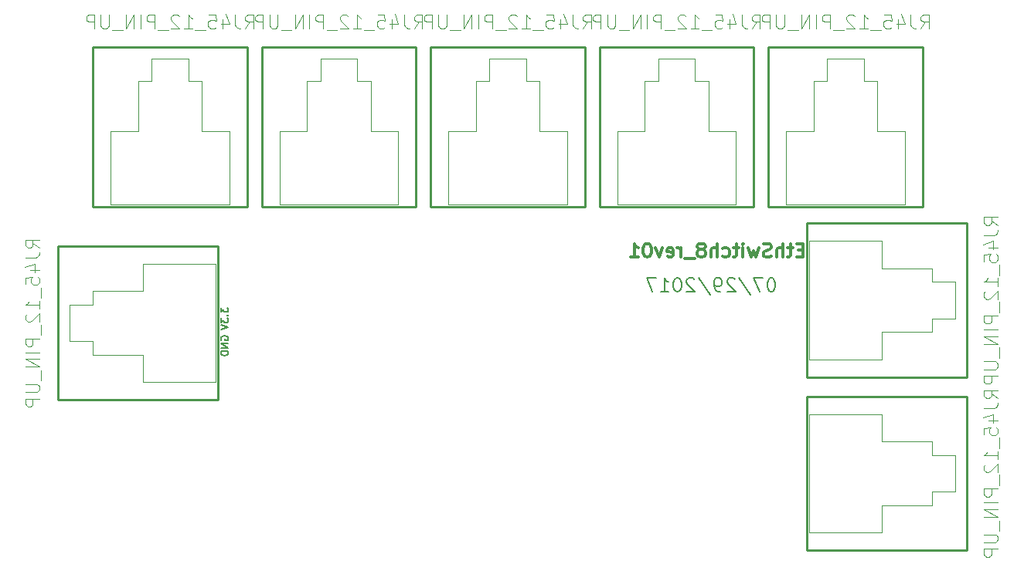
<source format=gbo>
G04 #@! TF.FileFunction,Legend,Bot*
%FSLAX46Y46*%
G04 Gerber Fmt 4.6, Leading zero omitted, Abs format (unit mm)*
G04 Created by KiCad (PCBNEW 4.0.6-e0-6349~53~ubuntu16.04.1) date Wed Aug 23 21:58:44 2017*
%MOMM*%
%LPD*%
G01*
G04 APERTURE LIST*
%ADD10C,0.150000*%
%ADD11C,0.200000*%
%ADD12C,0.300000*%
%ADD13C,0.100000*%
%ADD14C,0.254000*%
%ADD15C,0.099060*%
G04 APERTURE END LIST*
D10*
D11*
X104061905Y-83819048D02*
X104061905Y-84314286D01*
X104366667Y-84047619D01*
X104366667Y-84161905D01*
X104404762Y-84238095D01*
X104442857Y-84276191D01*
X104519048Y-84314286D01*
X104709524Y-84314286D01*
X104785714Y-84276191D01*
X104823810Y-84238095D01*
X104861905Y-84161905D01*
X104861905Y-83933333D01*
X104823810Y-83857143D01*
X104785714Y-83819048D01*
X104785714Y-84657143D02*
X104823810Y-84695238D01*
X104861905Y-84657143D01*
X104823810Y-84619048D01*
X104785714Y-84657143D01*
X104861905Y-84657143D01*
X104061905Y-84961905D02*
X104061905Y-85457143D01*
X104366667Y-85190476D01*
X104366667Y-85304762D01*
X104404762Y-85380952D01*
X104442857Y-85419048D01*
X104519048Y-85457143D01*
X104709524Y-85457143D01*
X104785714Y-85419048D01*
X104823810Y-85380952D01*
X104861905Y-85304762D01*
X104861905Y-85076190D01*
X104823810Y-85000000D01*
X104785714Y-84961905D01*
X104061905Y-85685714D02*
X104861905Y-85952381D01*
X104061905Y-86219048D01*
X164442856Y-80578571D02*
X164299999Y-80578571D01*
X164157142Y-80650000D01*
X164085713Y-80721429D01*
X164014284Y-80864286D01*
X163942856Y-81150000D01*
X163942856Y-81507143D01*
X164014284Y-81792857D01*
X164085713Y-81935714D01*
X164157142Y-82007143D01*
X164299999Y-82078571D01*
X164442856Y-82078571D01*
X164585713Y-82007143D01*
X164657142Y-81935714D01*
X164728570Y-81792857D01*
X164799999Y-81507143D01*
X164799999Y-81150000D01*
X164728570Y-80864286D01*
X164657142Y-80721429D01*
X164585713Y-80650000D01*
X164442856Y-80578571D01*
X163442856Y-80578571D02*
X162442856Y-80578571D01*
X163085713Y-82078571D01*
X160800000Y-80507143D02*
X162085714Y-82435714D01*
X160371428Y-80721429D02*
X160299999Y-80650000D01*
X160157142Y-80578571D01*
X159799999Y-80578571D01*
X159657142Y-80650000D01*
X159585713Y-80721429D01*
X159514285Y-80864286D01*
X159514285Y-81007143D01*
X159585713Y-81221429D01*
X160442856Y-82078571D01*
X159514285Y-82078571D01*
X158800000Y-82078571D02*
X158514285Y-82078571D01*
X158371428Y-82007143D01*
X158300000Y-81935714D01*
X158157142Y-81721429D01*
X158085714Y-81435714D01*
X158085714Y-80864286D01*
X158157142Y-80721429D01*
X158228571Y-80650000D01*
X158371428Y-80578571D01*
X158657142Y-80578571D01*
X158800000Y-80650000D01*
X158871428Y-80721429D01*
X158942857Y-80864286D01*
X158942857Y-81221429D01*
X158871428Y-81364286D01*
X158800000Y-81435714D01*
X158657142Y-81507143D01*
X158371428Y-81507143D01*
X158228571Y-81435714D01*
X158157142Y-81364286D01*
X158085714Y-81221429D01*
X156371429Y-80507143D02*
X157657143Y-82435714D01*
X155942857Y-80721429D02*
X155871428Y-80650000D01*
X155728571Y-80578571D01*
X155371428Y-80578571D01*
X155228571Y-80650000D01*
X155157142Y-80721429D01*
X155085714Y-80864286D01*
X155085714Y-81007143D01*
X155157142Y-81221429D01*
X156014285Y-82078571D01*
X155085714Y-82078571D01*
X154157143Y-80578571D02*
X154014286Y-80578571D01*
X153871429Y-80650000D01*
X153800000Y-80721429D01*
X153728571Y-80864286D01*
X153657143Y-81150000D01*
X153657143Y-81507143D01*
X153728571Y-81792857D01*
X153800000Y-81935714D01*
X153871429Y-82007143D01*
X154014286Y-82078571D01*
X154157143Y-82078571D01*
X154300000Y-82007143D01*
X154371429Y-81935714D01*
X154442857Y-81792857D01*
X154514286Y-81507143D01*
X154514286Y-81150000D01*
X154442857Y-80864286D01*
X154371429Y-80721429D01*
X154300000Y-80650000D01*
X154157143Y-80578571D01*
X152228572Y-82078571D02*
X153085715Y-82078571D01*
X152657143Y-82078571D02*
X152657143Y-80578571D01*
X152800000Y-80792857D01*
X152942858Y-80935714D01*
X153085715Y-81007143D01*
X151728572Y-80578571D02*
X150728572Y-80578571D01*
X151371429Y-82078571D01*
X104100000Y-87390477D02*
X104061905Y-87314286D01*
X104061905Y-87200001D01*
X104100000Y-87085715D01*
X104176190Y-87009524D01*
X104252381Y-86971429D01*
X104404762Y-86933334D01*
X104519048Y-86933334D01*
X104671429Y-86971429D01*
X104747619Y-87009524D01*
X104823810Y-87085715D01*
X104861905Y-87200001D01*
X104861905Y-87276191D01*
X104823810Y-87390477D01*
X104785714Y-87428572D01*
X104519048Y-87428572D01*
X104519048Y-87276191D01*
X104861905Y-87771429D02*
X104061905Y-87771429D01*
X104861905Y-88228572D01*
X104061905Y-88228572D01*
X104861905Y-88609524D02*
X104061905Y-88609524D01*
X104061905Y-88800000D01*
X104100000Y-88914286D01*
X104176190Y-88990477D01*
X104252381Y-89028572D01*
X104404762Y-89066667D01*
X104519048Y-89066667D01*
X104671429Y-89028572D01*
X104747619Y-88990477D01*
X104823810Y-88914286D01*
X104861905Y-88800000D01*
X104861905Y-88609524D01*
D12*
X167848570Y-77502857D02*
X167348570Y-77502857D01*
X167134284Y-78288571D02*
X167848570Y-78288571D01*
X167848570Y-76788571D01*
X167134284Y-76788571D01*
X166705713Y-77288571D02*
X166134284Y-77288571D01*
X166491427Y-76788571D02*
X166491427Y-78074286D01*
X166419999Y-78217143D01*
X166277141Y-78288571D01*
X166134284Y-78288571D01*
X165634284Y-78288571D02*
X165634284Y-76788571D01*
X164991427Y-78288571D02*
X164991427Y-77502857D01*
X165062856Y-77360000D01*
X165205713Y-77288571D01*
X165419998Y-77288571D01*
X165562856Y-77360000D01*
X165634284Y-77431429D01*
X164348570Y-78217143D02*
X164134284Y-78288571D01*
X163777141Y-78288571D01*
X163634284Y-78217143D01*
X163562855Y-78145714D01*
X163491427Y-78002857D01*
X163491427Y-77860000D01*
X163562855Y-77717143D01*
X163634284Y-77645714D01*
X163777141Y-77574286D01*
X164062855Y-77502857D01*
X164205713Y-77431429D01*
X164277141Y-77360000D01*
X164348570Y-77217143D01*
X164348570Y-77074286D01*
X164277141Y-76931429D01*
X164205713Y-76860000D01*
X164062855Y-76788571D01*
X163705713Y-76788571D01*
X163491427Y-76860000D01*
X162991427Y-77288571D02*
X162705713Y-78288571D01*
X162419999Y-77574286D01*
X162134284Y-78288571D01*
X161848570Y-77288571D01*
X161277141Y-78288571D02*
X161277141Y-77288571D01*
X161277141Y-76788571D02*
X161348570Y-76860000D01*
X161277141Y-76931429D01*
X161205713Y-76860000D01*
X161277141Y-76788571D01*
X161277141Y-76931429D01*
X160777141Y-77288571D02*
X160205712Y-77288571D01*
X160562855Y-76788571D02*
X160562855Y-78074286D01*
X160491427Y-78217143D01*
X160348569Y-78288571D01*
X160205712Y-78288571D01*
X159062855Y-78217143D02*
X159205712Y-78288571D01*
X159491426Y-78288571D01*
X159634284Y-78217143D01*
X159705712Y-78145714D01*
X159777141Y-78002857D01*
X159777141Y-77574286D01*
X159705712Y-77431429D01*
X159634284Y-77360000D01*
X159491426Y-77288571D01*
X159205712Y-77288571D01*
X159062855Y-77360000D01*
X158419998Y-78288571D02*
X158419998Y-76788571D01*
X157777141Y-78288571D02*
X157777141Y-77502857D01*
X157848570Y-77360000D01*
X157991427Y-77288571D01*
X158205712Y-77288571D01*
X158348570Y-77360000D01*
X158419998Y-77431429D01*
X156848569Y-77431429D02*
X156991427Y-77360000D01*
X157062855Y-77288571D01*
X157134284Y-77145714D01*
X157134284Y-77074286D01*
X157062855Y-76931429D01*
X156991427Y-76860000D01*
X156848569Y-76788571D01*
X156562855Y-76788571D01*
X156419998Y-76860000D01*
X156348569Y-76931429D01*
X156277141Y-77074286D01*
X156277141Y-77145714D01*
X156348569Y-77288571D01*
X156419998Y-77360000D01*
X156562855Y-77431429D01*
X156848569Y-77431429D01*
X156991427Y-77502857D01*
X157062855Y-77574286D01*
X157134284Y-77717143D01*
X157134284Y-78002857D01*
X157062855Y-78145714D01*
X156991427Y-78217143D01*
X156848569Y-78288571D01*
X156562855Y-78288571D01*
X156419998Y-78217143D01*
X156348569Y-78145714D01*
X156277141Y-78002857D01*
X156277141Y-77717143D01*
X156348569Y-77574286D01*
X156419998Y-77502857D01*
X156562855Y-77431429D01*
X155991427Y-78431429D02*
X154848570Y-78431429D01*
X154491427Y-78288571D02*
X154491427Y-77288571D01*
X154491427Y-77574286D02*
X154419999Y-77431429D01*
X154348570Y-77360000D01*
X154205713Y-77288571D01*
X154062856Y-77288571D01*
X152991428Y-78217143D02*
X153134285Y-78288571D01*
X153419999Y-78288571D01*
X153562856Y-78217143D01*
X153634285Y-78074286D01*
X153634285Y-77502857D01*
X153562856Y-77360000D01*
X153419999Y-77288571D01*
X153134285Y-77288571D01*
X152991428Y-77360000D01*
X152919999Y-77502857D01*
X152919999Y-77645714D01*
X153634285Y-77788571D01*
X152419999Y-77288571D02*
X152062856Y-78288571D01*
X151705714Y-77288571D01*
X150848571Y-76788571D02*
X150705714Y-76788571D01*
X150562857Y-76860000D01*
X150491428Y-76931429D01*
X150419999Y-77074286D01*
X150348571Y-77360000D01*
X150348571Y-77717143D01*
X150419999Y-78002857D01*
X150491428Y-78145714D01*
X150562857Y-78217143D01*
X150705714Y-78288571D01*
X150848571Y-78288571D01*
X150991428Y-78217143D01*
X151062857Y-78145714D01*
X151134285Y-78002857D01*
X151205714Y-77717143D01*
X151205714Y-77360000D01*
X151134285Y-77074286D01*
X151062857Y-76931429D01*
X150991428Y-76860000D01*
X150848571Y-76788571D01*
X148920000Y-78288571D02*
X149777143Y-78288571D01*
X149348571Y-78288571D02*
X149348571Y-76788571D01*
X149491428Y-77002857D01*
X149634286Y-77145714D01*
X149777143Y-77217143D01*
D13*
X182000000Y-104000000D02*
X184500000Y-104000000D01*
X184500000Y-104000000D02*
X184500000Y-100000000D01*
X184500000Y-100000000D02*
X182000000Y-100000000D01*
X182000000Y-100000000D02*
X182000000Y-98500000D01*
X182000000Y-98500000D02*
X176500000Y-98500000D01*
X176500000Y-98500000D02*
X176500000Y-95500000D01*
X176500000Y-95500000D02*
X168500000Y-95500000D01*
X168500000Y-95500000D02*
X168500000Y-108500000D01*
X168500000Y-108500000D02*
X176500000Y-108500000D01*
X176500000Y-108500000D02*
X176500000Y-105500000D01*
X176500000Y-105500000D02*
X182000000Y-105500000D01*
X182000000Y-105500000D02*
X182000000Y-104000000D01*
D14*
X168250000Y-110450000D02*
X168250000Y-93550000D01*
X168250000Y-93550000D02*
X185750000Y-93550000D01*
X185750000Y-93550000D02*
X185750000Y-110450000D01*
X185750000Y-110450000D02*
X168250000Y-110450000D01*
D13*
X182000000Y-85000000D02*
X184500000Y-85000000D01*
X184500000Y-85000000D02*
X184500000Y-81000000D01*
X184500000Y-81000000D02*
X182000000Y-81000000D01*
X182000000Y-81000000D02*
X182000000Y-79500000D01*
X182000000Y-79500000D02*
X176500000Y-79500000D01*
X176500000Y-79500000D02*
X176500000Y-76500000D01*
X176500000Y-76500000D02*
X168500000Y-76500000D01*
X168500000Y-76500000D02*
X168500000Y-89500000D01*
X168500000Y-89500000D02*
X176500000Y-89500000D01*
X176500000Y-89500000D02*
X176500000Y-86500000D01*
X176500000Y-86500000D02*
X182000000Y-86500000D01*
X182000000Y-86500000D02*
X182000000Y-85000000D01*
D14*
X168250000Y-91450000D02*
X168250000Y-74550000D01*
X168250000Y-74550000D02*
X185750000Y-74550000D01*
X185750000Y-74550000D02*
X185750000Y-91450000D01*
X185750000Y-91450000D02*
X168250000Y-91450000D01*
D13*
X174500000Y-59000000D02*
X174500000Y-56500000D01*
X174500000Y-56500000D02*
X170500000Y-56500000D01*
X170500000Y-56500000D02*
X170500000Y-59000000D01*
X170500000Y-59000000D02*
X169000000Y-59000000D01*
X169000000Y-59000000D02*
X169000000Y-64500000D01*
X169000000Y-64500000D02*
X166000000Y-64500000D01*
X166000000Y-64500000D02*
X166000000Y-72500000D01*
X166000000Y-72500000D02*
X179000000Y-72500000D01*
X179000000Y-72500000D02*
X179000000Y-64500000D01*
X179000000Y-64500000D02*
X176000000Y-64500000D01*
X176000000Y-64500000D02*
X176000000Y-59000000D01*
X176000000Y-59000000D02*
X174500000Y-59000000D01*
D14*
X180950000Y-72750000D02*
X164050000Y-72750000D01*
X164050000Y-72750000D02*
X164050000Y-55250000D01*
X164050000Y-55250000D02*
X180950000Y-55250000D01*
X180950000Y-55250000D02*
X180950000Y-72750000D01*
D13*
X156000000Y-59000000D02*
X156000000Y-56500000D01*
X156000000Y-56500000D02*
X152000000Y-56500000D01*
X152000000Y-56500000D02*
X152000000Y-59000000D01*
X152000000Y-59000000D02*
X150500000Y-59000000D01*
X150500000Y-59000000D02*
X150500000Y-64500000D01*
X150500000Y-64500000D02*
X147500000Y-64500000D01*
X147500000Y-64500000D02*
X147500000Y-72500000D01*
X147500000Y-72500000D02*
X160500000Y-72500000D01*
X160500000Y-72500000D02*
X160500000Y-64500000D01*
X160500000Y-64500000D02*
X157500000Y-64500000D01*
X157500000Y-64500000D02*
X157500000Y-59000000D01*
X157500000Y-59000000D02*
X156000000Y-59000000D01*
D14*
X162450000Y-72750000D02*
X145550000Y-72750000D01*
X145550000Y-72750000D02*
X145550000Y-55250000D01*
X145550000Y-55250000D02*
X162450000Y-55250000D01*
X162450000Y-55250000D02*
X162450000Y-72750000D01*
D13*
X137500000Y-59000000D02*
X137500000Y-56500000D01*
X137500000Y-56500000D02*
X133500000Y-56500000D01*
X133500000Y-56500000D02*
X133500000Y-59000000D01*
X133500000Y-59000000D02*
X132000000Y-59000000D01*
X132000000Y-59000000D02*
X132000000Y-64500000D01*
X132000000Y-64500000D02*
X129000000Y-64500000D01*
X129000000Y-64500000D02*
X129000000Y-72500000D01*
X129000000Y-72500000D02*
X142000000Y-72500000D01*
X142000000Y-72500000D02*
X142000000Y-64500000D01*
X142000000Y-64500000D02*
X139000000Y-64500000D01*
X139000000Y-64500000D02*
X139000000Y-59000000D01*
X139000000Y-59000000D02*
X137500000Y-59000000D01*
D14*
X143950000Y-72750000D02*
X127050000Y-72750000D01*
X127050000Y-72750000D02*
X127050000Y-55250000D01*
X127050000Y-55250000D02*
X143950000Y-55250000D01*
X143950000Y-55250000D02*
X143950000Y-72750000D01*
D13*
X119000000Y-59000000D02*
X119000000Y-56500000D01*
X119000000Y-56500000D02*
X115000000Y-56500000D01*
X115000000Y-56500000D02*
X115000000Y-59000000D01*
X115000000Y-59000000D02*
X113500000Y-59000000D01*
X113500000Y-59000000D02*
X113500000Y-64500000D01*
X113500000Y-64500000D02*
X110500000Y-64500000D01*
X110500000Y-64500000D02*
X110500000Y-72500000D01*
X110500000Y-72500000D02*
X123500000Y-72500000D01*
X123500000Y-72500000D02*
X123500000Y-64500000D01*
X123500000Y-64500000D02*
X120500000Y-64500000D01*
X120500000Y-64500000D02*
X120500000Y-59000000D01*
X120500000Y-59000000D02*
X119000000Y-59000000D01*
D14*
X125450000Y-72750000D02*
X108550000Y-72750000D01*
X108550000Y-72750000D02*
X108550000Y-55250000D01*
X108550000Y-55250000D02*
X125450000Y-55250000D01*
X125450000Y-55250000D02*
X125450000Y-72750000D01*
D13*
X100500000Y-59000000D02*
X100500000Y-56500000D01*
X100500000Y-56500000D02*
X96500000Y-56500000D01*
X96500000Y-56500000D02*
X96500000Y-59000000D01*
X96500000Y-59000000D02*
X95000000Y-59000000D01*
X95000000Y-59000000D02*
X95000000Y-64500000D01*
X95000000Y-64500000D02*
X92000000Y-64500000D01*
X92000000Y-64500000D02*
X92000000Y-72500000D01*
X92000000Y-72500000D02*
X105000000Y-72500000D01*
X105000000Y-72500000D02*
X105000000Y-64500000D01*
X105000000Y-64500000D02*
X102000000Y-64500000D01*
X102000000Y-64500000D02*
X102000000Y-59000000D01*
X102000000Y-59000000D02*
X100500000Y-59000000D01*
D14*
X106950000Y-72750000D02*
X90050000Y-72750000D01*
X90050000Y-72750000D02*
X90050000Y-55250000D01*
X90050000Y-55250000D02*
X106950000Y-55250000D01*
X106950000Y-55250000D02*
X106950000Y-72750000D01*
D13*
X90000000Y-83500000D02*
X87500000Y-83500000D01*
X87500000Y-83500000D02*
X87500000Y-87500000D01*
X87500000Y-87500000D02*
X90000000Y-87500000D01*
X90000000Y-87500000D02*
X90000000Y-89000000D01*
X90000000Y-89000000D02*
X95500000Y-89000000D01*
X95500000Y-89000000D02*
X95500000Y-92000000D01*
X95500000Y-92000000D02*
X103500000Y-92000000D01*
X103500000Y-92000000D02*
X103500000Y-79000000D01*
X103500000Y-79000000D02*
X95500000Y-79000000D01*
X95500000Y-79000000D02*
X95500000Y-82000000D01*
X95500000Y-82000000D02*
X90000000Y-82000000D01*
X90000000Y-82000000D02*
X90000000Y-83500000D01*
D14*
X103750000Y-77050000D02*
X103750000Y-93950000D01*
X103750000Y-93950000D02*
X86250000Y-93950000D01*
X86250000Y-93950000D02*
X86250000Y-77050000D01*
X86250000Y-77050000D02*
X103750000Y-77050000D01*
D15*
X189189429Y-93763142D02*
X188463714Y-93255142D01*
X189189429Y-92892285D02*
X187665429Y-92892285D01*
X187665429Y-93472857D01*
X187738000Y-93617999D01*
X187810571Y-93690571D01*
X187955714Y-93763142D01*
X188173429Y-93763142D01*
X188318571Y-93690571D01*
X188391143Y-93617999D01*
X188463714Y-93472857D01*
X188463714Y-92892285D01*
X187665429Y-94851714D02*
X188754000Y-94851714D01*
X188971714Y-94779142D01*
X189116857Y-94633999D01*
X189189429Y-94416285D01*
X189189429Y-94271142D01*
X188173429Y-96230571D02*
X189189429Y-96230571D01*
X187592857Y-95867714D02*
X188681429Y-95504857D01*
X188681429Y-96448285D01*
X187665429Y-97754571D02*
X187665429Y-97028857D01*
X188391143Y-96956286D01*
X188318571Y-97028857D01*
X188246000Y-97174000D01*
X188246000Y-97536857D01*
X188318571Y-97682000D01*
X188391143Y-97754571D01*
X188536286Y-97827143D01*
X188899143Y-97827143D01*
X189044286Y-97754571D01*
X189116857Y-97682000D01*
X189189429Y-97536857D01*
X189189429Y-97174000D01*
X189116857Y-97028857D01*
X189044286Y-96956286D01*
X189334571Y-98117429D02*
X189334571Y-99278572D01*
X189189429Y-100439715D02*
X189189429Y-99568858D01*
X189189429Y-100004286D02*
X187665429Y-100004286D01*
X187883143Y-99859143D01*
X188028286Y-99714001D01*
X188100857Y-99568858D01*
X187810571Y-101020287D02*
X187738000Y-101092858D01*
X187665429Y-101238001D01*
X187665429Y-101600858D01*
X187738000Y-101746001D01*
X187810571Y-101818572D01*
X187955714Y-101891144D01*
X188100857Y-101891144D01*
X188318571Y-101818572D01*
X189189429Y-100947715D01*
X189189429Y-101891144D01*
X189334571Y-102181430D02*
X189334571Y-103342573D01*
X189189429Y-103705430D02*
X187665429Y-103705430D01*
X187665429Y-104286002D01*
X187738000Y-104431144D01*
X187810571Y-104503716D01*
X187955714Y-104576287D01*
X188173429Y-104576287D01*
X188318571Y-104503716D01*
X188391143Y-104431144D01*
X188463714Y-104286002D01*
X188463714Y-103705430D01*
X189189429Y-105229430D02*
X187665429Y-105229430D01*
X189189429Y-105955144D02*
X187665429Y-105955144D01*
X189189429Y-106826001D01*
X187665429Y-106826001D01*
X189334571Y-107188858D02*
X189334571Y-108350001D01*
X187665429Y-108712858D02*
X188899143Y-108712858D01*
X189044286Y-108785430D01*
X189116857Y-108858001D01*
X189189429Y-109003144D01*
X189189429Y-109293430D01*
X189116857Y-109438572D01*
X189044286Y-109511144D01*
X188899143Y-109583715D01*
X187665429Y-109583715D01*
X189189429Y-110309429D02*
X187665429Y-110309429D01*
X187665429Y-110890001D01*
X187738000Y-111035143D01*
X187810571Y-111107715D01*
X187955714Y-111180286D01*
X188173429Y-111180286D01*
X188318571Y-111107715D01*
X188391143Y-111035143D01*
X188463714Y-110890001D01*
X188463714Y-110309429D01*
X189189429Y-74763142D02*
X188463714Y-74255142D01*
X189189429Y-73892285D02*
X187665429Y-73892285D01*
X187665429Y-74472857D01*
X187738000Y-74617999D01*
X187810571Y-74690571D01*
X187955714Y-74763142D01*
X188173429Y-74763142D01*
X188318571Y-74690571D01*
X188391143Y-74617999D01*
X188463714Y-74472857D01*
X188463714Y-73892285D01*
X187665429Y-75851714D02*
X188754000Y-75851714D01*
X188971714Y-75779142D01*
X189116857Y-75633999D01*
X189189429Y-75416285D01*
X189189429Y-75271142D01*
X188173429Y-77230571D02*
X189189429Y-77230571D01*
X187592857Y-76867714D02*
X188681429Y-76504857D01*
X188681429Y-77448285D01*
X187665429Y-78754571D02*
X187665429Y-78028857D01*
X188391143Y-77956286D01*
X188318571Y-78028857D01*
X188246000Y-78174000D01*
X188246000Y-78536857D01*
X188318571Y-78682000D01*
X188391143Y-78754571D01*
X188536286Y-78827143D01*
X188899143Y-78827143D01*
X189044286Y-78754571D01*
X189116857Y-78682000D01*
X189189429Y-78536857D01*
X189189429Y-78174000D01*
X189116857Y-78028857D01*
X189044286Y-77956286D01*
X189334571Y-79117429D02*
X189334571Y-80278572D01*
X189189429Y-81439715D02*
X189189429Y-80568858D01*
X189189429Y-81004286D02*
X187665429Y-81004286D01*
X187883143Y-80859143D01*
X188028286Y-80714001D01*
X188100857Y-80568858D01*
X187810571Y-82020287D02*
X187738000Y-82092858D01*
X187665429Y-82238001D01*
X187665429Y-82600858D01*
X187738000Y-82746001D01*
X187810571Y-82818572D01*
X187955714Y-82891144D01*
X188100857Y-82891144D01*
X188318571Y-82818572D01*
X189189429Y-81947715D01*
X189189429Y-82891144D01*
X189334571Y-83181430D02*
X189334571Y-84342573D01*
X189189429Y-84705430D02*
X187665429Y-84705430D01*
X187665429Y-85286002D01*
X187738000Y-85431144D01*
X187810571Y-85503716D01*
X187955714Y-85576287D01*
X188173429Y-85576287D01*
X188318571Y-85503716D01*
X188391143Y-85431144D01*
X188463714Y-85286002D01*
X188463714Y-84705430D01*
X189189429Y-86229430D02*
X187665429Y-86229430D01*
X189189429Y-86955144D02*
X187665429Y-86955144D01*
X189189429Y-87826001D01*
X187665429Y-87826001D01*
X189334571Y-88188858D02*
X189334571Y-89350001D01*
X187665429Y-89712858D02*
X188899143Y-89712858D01*
X189044286Y-89785430D01*
X189116857Y-89858001D01*
X189189429Y-90003144D01*
X189189429Y-90293430D01*
X189116857Y-90438572D01*
X189044286Y-90511144D01*
X188899143Y-90583715D01*
X187665429Y-90583715D01*
X189189429Y-91309429D02*
X187665429Y-91309429D01*
X187665429Y-91890001D01*
X187738000Y-92035143D01*
X187810571Y-92107715D01*
X187955714Y-92180286D01*
X188173429Y-92180286D01*
X188318571Y-92107715D01*
X188391143Y-92035143D01*
X188463714Y-91890001D01*
X188463714Y-91309429D01*
X180736858Y-53189429D02*
X181244858Y-52463714D01*
X181607715Y-53189429D02*
X181607715Y-51665429D01*
X181027143Y-51665429D01*
X180882001Y-51738000D01*
X180809429Y-51810571D01*
X180736858Y-51955714D01*
X180736858Y-52173429D01*
X180809429Y-52318571D01*
X180882001Y-52391143D01*
X181027143Y-52463714D01*
X181607715Y-52463714D01*
X179648286Y-51665429D02*
X179648286Y-52754000D01*
X179720858Y-52971714D01*
X179866001Y-53116857D01*
X180083715Y-53189429D01*
X180228858Y-53189429D01*
X178269429Y-52173429D02*
X178269429Y-53189429D01*
X178632286Y-51592857D02*
X178995143Y-52681429D01*
X178051715Y-52681429D01*
X176745429Y-51665429D02*
X177471143Y-51665429D01*
X177543714Y-52391143D01*
X177471143Y-52318571D01*
X177326000Y-52246000D01*
X176963143Y-52246000D01*
X176818000Y-52318571D01*
X176745429Y-52391143D01*
X176672857Y-52536286D01*
X176672857Y-52899143D01*
X176745429Y-53044286D01*
X176818000Y-53116857D01*
X176963143Y-53189429D01*
X177326000Y-53189429D01*
X177471143Y-53116857D01*
X177543714Y-53044286D01*
X176382571Y-53334571D02*
X175221428Y-53334571D01*
X174060285Y-53189429D02*
X174931142Y-53189429D01*
X174495714Y-53189429D02*
X174495714Y-51665429D01*
X174640857Y-51883143D01*
X174785999Y-52028286D01*
X174931142Y-52100857D01*
X173479713Y-51810571D02*
X173407142Y-51738000D01*
X173261999Y-51665429D01*
X172899142Y-51665429D01*
X172753999Y-51738000D01*
X172681428Y-51810571D01*
X172608856Y-51955714D01*
X172608856Y-52100857D01*
X172681428Y-52318571D01*
X173552285Y-53189429D01*
X172608856Y-53189429D01*
X172318570Y-53334571D02*
X171157427Y-53334571D01*
X170794570Y-53189429D02*
X170794570Y-51665429D01*
X170213998Y-51665429D01*
X170068856Y-51738000D01*
X169996284Y-51810571D01*
X169923713Y-51955714D01*
X169923713Y-52173429D01*
X169996284Y-52318571D01*
X170068856Y-52391143D01*
X170213998Y-52463714D01*
X170794570Y-52463714D01*
X169270570Y-53189429D02*
X169270570Y-51665429D01*
X168544856Y-53189429D02*
X168544856Y-51665429D01*
X167673999Y-53189429D01*
X167673999Y-51665429D01*
X167311142Y-53334571D02*
X166149999Y-53334571D01*
X165787142Y-51665429D02*
X165787142Y-52899143D01*
X165714570Y-53044286D01*
X165641999Y-53116857D01*
X165496856Y-53189429D01*
X165206570Y-53189429D01*
X165061428Y-53116857D01*
X164988856Y-53044286D01*
X164916285Y-52899143D01*
X164916285Y-51665429D01*
X164190571Y-53189429D02*
X164190571Y-51665429D01*
X163609999Y-51665429D01*
X163464857Y-51738000D01*
X163392285Y-51810571D01*
X163319714Y-51955714D01*
X163319714Y-52173429D01*
X163392285Y-52318571D01*
X163464857Y-52391143D01*
X163609999Y-52463714D01*
X164190571Y-52463714D01*
X162236858Y-53189429D02*
X162744858Y-52463714D01*
X163107715Y-53189429D02*
X163107715Y-51665429D01*
X162527143Y-51665429D01*
X162382001Y-51738000D01*
X162309429Y-51810571D01*
X162236858Y-51955714D01*
X162236858Y-52173429D01*
X162309429Y-52318571D01*
X162382001Y-52391143D01*
X162527143Y-52463714D01*
X163107715Y-52463714D01*
X161148286Y-51665429D02*
X161148286Y-52754000D01*
X161220858Y-52971714D01*
X161366001Y-53116857D01*
X161583715Y-53189429D01*
X161728858Y-53189429D01*
X159769429Y-52173429D02*
X159769429Y-53189429D01*
X160132286Y-51592857D02*
X160495143Y-52681429D01*
X159551715Y-52681429D01*
X158245429Y-51665429D02*
X158971143Y-51665429D01*
X159043714Y-52391143D01*
X158971143Y-52318571D01*
X158826000Y-52246000D01*
X158463143Y-52246000D01*
X158318000Y-52318571D01*
X158245429Y-52391143D01*
X158172857Y-52536286D01*
X158172857Y-52899143D01*
X158245429Y-53044286D01*
X158318000Y-53116857D01*
X158463143Y-53189429D01*
X158826000Y-53189429D01*
X158971143Y-53116857D01*
X159043714Y-53044286D01*
X157882571Y-53334571D02*
X156721428Y-53334571D01*
X155560285Y-53189429D02*
X156431142Y-53189429D01*
X155995714Y-53189429D02*
X155995714Y-51665429D01*
X156140857Y-51883143D01*
X156285999Y-52028286D01*
X156431142Y-52100857D01*
X154979713Y-51810571D02*
X154907142Y-51738000D01*
X154761999Y-51665429D01*
X154399142Y-51665429D01*
X154253999Y-51738000D01*
X154181428Y-51810571D01*
X154108856Y-51955714D01*
X154108856Y-52100857D01*
X154181428Y-52318571D01*
X155052285Y-53189429D01*
X154108856Y-53189429D01*
X153818570Y-53334571D02*
X152657427Y-53334571D01*
X152294570Y-53189429D02*
X152294570Y-51665429D01*
X151713998Y-51665429D01*
X151568856Y-51738000D01*
X151496284Y-51810571D01*
X151423713Y-51955714D01*
X151423713Y-52173429D01*
X151496284Y-52318571D01*
X151568856Y-52391143D01*
X151713998Y-52463714D01*
X152294570Y-52463714D01*
X150770570Y-53189429D02*
X150770570Y-51665429D01*
X150044856Y-53189429D02*
X150044856Y-51665429D01*
X149173999Y-53189429D01*
X149173999Y-51665429D01*
X148811142Y-53334571D02*
X147649999Y-53334571D01*
X147287142Y-51665429D02*
X147287142Y-52899143D01*
X147214570Y-53044286D01*
X147141999Y-53116857D01*
X146996856Y-53189429D01*
X146706570Y-53189429D01*
X146561428Y-53116857D01*
X146488856Y-53044286D01*
X146416285Y-52899143D01*
X146416285Y-51665429D01*
X145690571Y-53189429D02*
X145690571Y-51665429D01*
X145109999Y-51665429D01*
X144964857Y-51738000D01*
X144892285Y-51810571D01*
X144819714Y-51955714D01*
X144819714Y-52173429D01*
X144892285Y-52318571D01*
X144964857Y-52391143D01*
X145109999Y-52463714D01*
X145690571Y-52463714D01*
X143736858Y-53189429D02*
X144244858Y-52463714D01*
X144607715Y-53189429D02*
X144607715Y-51665429D01*
X144027143Y-51665429D01*
X143882001Y-51738000D01*
X143809429Y-51810571D01*
X143736858Y-51955714D01*
X143736858Y-52173429D01*
X143809429Y-52318571D01*
X143882001Y-52391143D01*
X144027143Y-52463714D01*
X144607715Y-52463714D01*
X142648286Y-51665429D02*
X142648286Y-52754000D01*
X142720858Y-52971714D01*
X142866001Y-53116857D01*
X143083715Y-53189429D01*
X143228858Y-53189429D01*
X141269429Y-52173429D02*
X141269429Y-53189429D01*
X141632286Y-51592857D02*
X141995143Y-52681429D01*
X141051715Y-52681429D01*
X139745429Y-51665429D02*
X140471143Y-51665429D01*
X140543714Y-52391143D01*
X140471143Y-52318571D01*
X140326000Y-52246000D01*
X139963143Y-52246000D01*
X139818000Y-52318571D01*
X139745429Y-52391143D01*
X139672857Y-52536286D01*
X139672857Y-52899143D01*
X139745429Y-53044286D01*
X139818000Y-53116857D01*
X139963143Y-53189429D01*
X140326000Y-53189429D01*
X140471143Y-53116857D01*
X140543714Y-53044286D01*
X139382571Y-53334571D02*
X138221428Y-53334571D01*
X137060285Y-53189429D02*
X137931142Y-53189429D01*
X137495714Y-53189429D02*
X137495714Y-51665429D01*
X137640857Y-51883143D01*
X137785999Y-52028286D01*
X137931142Y-52100857D01*
X136479713Y-51810571D02*
X136407142Y-51738000D01*
X136261999Y-51665429D01*
X135899142Y-51665429D01*
X135753999Y-51738000D01*
X135681428Y-51810571D01*
X135608856Y-51955714D01*
X135608856Y-52100857D01*
X135681428Y-52318571D01*
X136552285Y-53189429D01*
X135608856Y-53189429D01*
X135318570Y-53334571D02*
X134157427Y-53334571D01*
X133794570Y-53189429D02*
X133794570Y-51665429D01*
X133213998Y-51665429D01*
X133068856Y-51738000D01*
X132996284Y-51810571D01*
X132923713Y-51955714D01*
X132923713Y-52173429D01*
X132996284Y-52318571D01*
X133068856Y-52391143D01*
X133213998Y-52463714D01*
X133794570Y-52463714D01*
X132270570Y-53189429D02*
X132270570Y-51665429D01*
X131544856Y-53189429D02*
X131544856Y-51665429D01*
X130673999Y-53189429D01*
X130673999Y-51665429D01*
X130311142Y-53334571D02*
X129149999Y-53334571D01*
X128787142Y-51665429D02*
X128787142Y-52899143D01*
X128714570Y-53044286D01*
X128641999Y-53116857D01*
X128496856Y-53189429D01*
X128206570Y-53189429D01*
X128061428Y-53116857D01*
X127988856Y-53044286D01*
X127916285Y-52899143D01*
X127916285Y-51665429D01*
X127190571Y-53189429D02*
X127190571Y-51665429D01*
X126609999Y-51665429D01*
X126464857Y-51738000D01*
X126392285Y-51810571D01*
X126319714Y-51955714D01*
X126319714Y-52173429D01*
X126392285Y-52318571D01*
X126464857Y-52391143D01*
X126609999Y-52463714D01*
X127190571Y-52463714D01*
X125236858Y-53189429D02*
X125744858Y-52463714D01*
X126107715Y-53189429D02*
X126107715Y-51665429D01*
X125527143Y-51665429D01*
X125382001Y-51738000D01*
X125309429Y-51810571D01*
X125236858Y-51955714D01*
X125236858Y-52173429D01*
X125309429Y-52318571D01*
X125382001Y-52391143D01*
X125527143Y-52463714D01*
X126107715Y-52463714D01*
X124148286Y-51665429D02*
X124148286Y-52754000D01*
X124220858Y-52971714D01*
X124366001Y-53116857D01*
X124583715Y-53189429D01*
X124728858Y-53189429D01*
X122769429Y-52173429D02*
X122769429Y-53189429D01*
X123132286Y-51592857D02*
X123495143Y-52681429D01*
X122551715Y-52681429D01*
X121245429Y-51665429D02*
X121971143Y-51665429D01*
X122043714Y-52391143D01*
X121971143Y-52318571D01*
X121826000Y-52246000D01*
X121463143Y-52246000D01*
X121318000Y-52318571D01*
X121245429Y-52391143D01*
X121172857Y-52536286D01*
X121172857Y-52899143D01*
X121245429Y-53044286D01*
X121318000Y-53116857D01*
X121463143Y-53189429D01*
X121826000Y-53189429D01*
X121971143Y-53116857D01*
X122043714Y-53044286D01*
X120882571Y-53334571D02*
X119721428Y-53334571D01*
X118560285Y-53189429D02*
X119431142Y-53189429D01*
X118995714Y-53189429D02*
X118995714Y-51665429D01*
X119140857Y-51883143D01*
X119285999Y-52028286D01*
X119431142Y-52100857D01*
X117979713Y-51810571D02*
X117907142Y-51738000D01*
X117761999Y-51665429D01*
X117399142Y-51665429D01*
X117253999Y-51738000D01*
X117181428Y-51810571D01*
X117108856Y-51955714D01*
X117108856Y-52100857D01*
X117181428Y-52318571D01*
X118052285Y-53189429D01*
X117108856Y-53189429D01*
X116818570Y-53334571D02*
X115657427Y-53334571D01*
X115294570Y-53189429D02*
X115294570Y-51665429D01*
X114713998Y-51665429D01*
X114568856Y-51738000D01*
X114496284Y-51810571D01*
X114423713Y-51955714D01*
X114423713Y-52173429D01*
X114496284Y-52318571D01*
X114568856Y-52391143D01*
X114713998Y-52463714D01*
X115294570Y-52463714D01*
X113770570Y-53189429D02*
X113770570Y-51665429D01*
X113044856Y-53189429D02*
X113044856Y-51665429D01*
X112173999Y-53189429D01*
X112173999Y-51665429D01*
X111811142Y-53334571D02*
X110649999Y-53334571D01*
X110287142Y-51665429D02*
X110287142Y-52899143D01*
X110214570Y-53044286D01*
X110141999Y-53116857D01*
X109996856Y-53189429D01*
X109706570Y-53189429D01*
X109561428Y-53116857D01*
X109488856Y-53044286D01*
X109416285Y-52899143D01*
X109416285Y-51665429D01*
X108690571Y-53189429D02*
X108690571Y-51665429D01*
X108109999Y-51665429D01*
X107964857Y-51738000D01*
X107892285Y-51810571D01*
X107819714Y-51955714D01*
X107819714Y-52173429D01*
X107892285Y-52318571D01*
X107964857Y-52391143D01*
X108109999Y-52463714D01*
X108690571Y-52463714D01*
X106736858Y-53189429D02*
X107244858Y-52463714D01*
X107607715Y-53189429D02*
X107607715Y-51665429D01*
X107027143Y-51665429D01*
X106882001Y-51738000D01*
X106809429Y-51810571D01*
X106736858Y-51955714D01*
X106736858Y-52173429D01*
X106809429Y-52318571D01*
X106882001Y-52391143D01*
X107027143Y-52463714D01*
X107607715Y-52463714D01*
X105648286Y-51665429D02*
X105648286Y-52754000D01*
X105720858Y-52971714D01*
X105866001Y-53116857D01*
X106083715Y-53189429D01*
X106228858Y-53189429D01*
X104269429Y-52173429D02*
X104269429Y-53189429D01*
X104632286Y-51592857D02*
X104995143Y-52681429D01*
X104051715Y-52681429D01*
X102745429Y-51665429D02*
X103471143Y-51665429D01*
X103543714Y-52391143D01*
X103471143Y-52318571D01*
X103326000Y-52246000D01*
X102963143Y-52246000D01*
X102818000Y-52318571D01*
X102745429Y-52391143D01*
X102672857Y-52536286D01*
X102672857Y-52899143D01*
X102745429Y-53044286D01*
X102818000Y-53116857D01*
X102963143Y-53189429D01*
X103326000Y-53189429D01*
X103471143Y-53116857D01*
X103543714Y-53044286D01*
X102382571Y-53334571D02*
X101221428Y-53334571D01*
X100060285Y-53189429D02*
X100931142Y-53189429D01*
X100495714Y-53189429D02*
X100495714Y-51665429D01*
X100640857Y-51883143D01*
X100785999Y-52028286D01*
X100931142Y-52100857D01*
X99479713Y-51810571D02*
X99407142Y-51738000D01*
X99261999Y-51665429D01*
X98899142Y-51665429D01*
X98753999Y-51738000D01*
X98681428Y-51810571D01*
X98608856Y-51955714D01*
X98608856Y-52100857D01*
X98681428Y-52318571D01*
X99552285Y-53189429D01*
X98608856Y-53189429D01*
X98318570Y-53334571D02*
X97157427Y-53334571D01*
X96794570Y-53189429D02*
X96794570Y-51665429D01*
X96213998Y-51665429D01*
X96068856Y-51738000D01*
X95996284Y-51810571D01*
X95923713Y-51955714D01*
X95923713Y-52173429D01*
X95996284Y-52318571D01*
X96068856Y-52391143D01*
X96213998Y-52463714D01*
X96794570Y-52463714D01*
X95270570Y-53189429D02*
X95270570Y-51665429D01*
X94544856Y-53189429D02*
X94544856Y-51665429D01*
X93673999Y-53189429D01*
X93673999Y-51665429D01*
X93311142Y-53334571D02*
X92149999Y-53334571D01*
X91787142Y-51665429D02*
X91787142Y-52899143D01*
X91714570Y-53044286D01*
X91641999Y-53116857D01*
X91496856Y-53189429D01*
X91206570Y-53189429D01*
X91061428Y-53116857D01*
X90988856Y-53044286D01*
X90916285Y-52899143D01*
X90916285Y-51665429D01*
X90190571Y-53189429D02*
X90190571Y-51665429D01*
X89609999Y-51665429D01*
X89464857Y-51738000D01*
X89392285Y-51810571D01*
X89319714Y-51955714D01*
X89319714Y-52173429D01*
X89392285Y-52318571D01*
X89464857Y-52391143D01*
X89609999Y-52463714D01*
X90190571Y-52463714D01*
X84189429Y-77263142D02*
X83463714Y-76755142D01*
X84189429Y-76392285D02*
X82665429Y-76392285D01*
X82665429Y-76972857D01*
X82738000Y-77117999D01*
X82810571Y-77190571D01*
X82955714Y-77263142D01*
X83173429Y-77263142D01*
X83318571Y-77190571D01*
X83391143Y-77117999D01*
X83463714Y-76972857D01*
X83463714Y-76392285D01*
X82665429Y-78351714D02*
X83754000Y-78351714D01*
X83971714Y-78279142D01*
X84116857Y-78133999D01*
X84189429Y-77916285D01*
X84189429Y-77771142D01*
X83173429Y-79730571D02*
X84189429Y-79730571D01*
X82592857Y-79367714D02*
X83681429Y-79004857D01*
X83681429Y-79948285D01*
X82665429Y-81254571D02*
X82665429Y-80528857D01*
X83391143Y-80456286D01*
X83318571Y-80528857D01*
X83246000Y-80674000D01*
X83246000Y-81036857D01*
X83318571Y-81182000D01*
X83391143Y-81254571D01*
X83536286Y-81327143D01*
X83899143Y-81327143D01*
X84044286Y-81254571D01*
X84116857Y-81182000D01*
X84189429Y-81036857D01*
X84189429Y-80674000D01*
X84116857Y-80528857D01*
X84044286Y-80456286D01*
X84334571Y-81617429D02*
X84334571Y-82778572D01*
X84189429Y-83939715D02*
X84189429Y-83068858D01*
X84189429Y-83504286D02*
X82665429Y-83504286D01*
X82883143Y-83359143D01*
X83028286Y-83214001D01*
X83100857Y-83068858D01*
X82810571Y-84520287D02*
X82738000Y-84592858D01*
X82665429Y-84738001D01*
X82665429Y-85100858D01*
X82738000Y-85246001D01*
X82810571Y-85318572D01*
X82955714Y-85391144D01*
X83100857Y-85391144D01*
X83318571Y-85318572D01*
X84189429Y-84447715D01*
X84189429Y-85391144D01*
X84334571Y-85681430D02*
X84334571Y-86842573D01*
X84189429Y-87205430D02*
X82665429Y-87205430D01*
X82665429Y-87786002D01*
X82738000Y-87931144D01*
X82810571Y-88003716D01*
X82955714Y-88076287D01*
X83173429Y-88076287D01*
X83318571Y-88003716D01*
X83391143Y-87931144D01*
X83463714Y-87786002D01*
X83463714Y-87205430D01*
X84189429Y-88729430D02*
X82665429Y-88729430D01*
X84189429Y-89455144D02*
X82665429Y-89455144D01*
X84189429Y-90326001D01*
X82665429Y-90326001D01*
X84334571Y-90688858D02*
X84334571Y-91850001D01*
X82665429Y-92212858D02*
X83899143Y-92212858D01*
X84044286Y-92285430D01*
X84116857Y-92358001D01*
X84189429Y-92503144D01*
X84189429Y-92793430D01*
X84116857Y-92938572D01*
X84044286Y-93011144D01*
X83899143Y-93083715D01*
X82665429Y-93083715D01*
X84189429Y-93809429D02*
X82665429Y-93809429D01*
X82665429Y-94390001D01*
X82738000Y-94535143D01*
X82810571Y-94607715D01*
X82955714Y-94680286D01*
X83173429Y-94680286D01*
X83318571Y-94607715D01*
X83391143Y-94535143D01*
X83463714Y-94390001D01*
X83463714Y-93809429D01*
M02*

</source>
